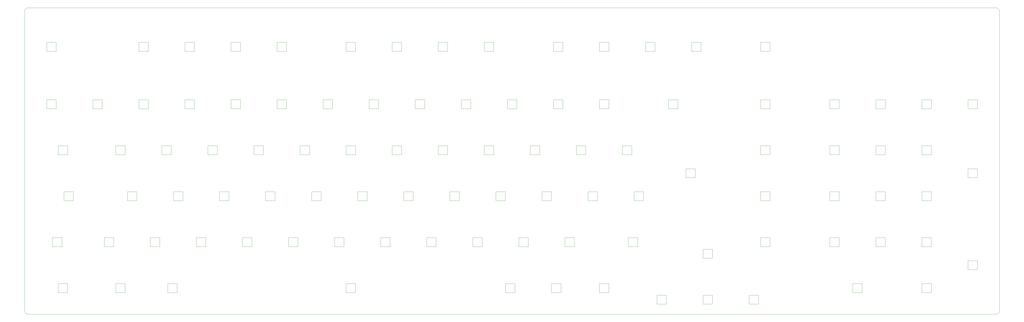
<source format=gbr>
%TF.GenerationSoftware,KiCad,Pcbnew,(6.0.4)*%
%TF.CreationDate,2022-04-19T22:35:02+02:00*%
%TF.ProjectId,pcb,7063622e-6b69-4636-9164-5f7063625858,rev?*%
%TF.SameCoordinates,Original*%
%TF.FileFunction,Profile,NP*%
%FSLAX46Y46*%
G04 Gerber Fmt 4.6, Leading zero omitted, Abs format (unit mm)*
G04 Created by KiCad (PCBNEW (6.0.4)) date 2022-04-19 22:35:02*
%MOMM*%
%LPD*%
G01*
G04 APERTURE LIST*
%TA.AperFunction,Profile*%
%ADD10C,0.100000*%
%TD*%
%TA.AperFunction,Profile*%
%ADD11C,0.120000*%
%TD*%
G04 APERTURE END LIST*
D10*
X492918700Y-165100000D02*
G75*
G03*
X491331250Y-163512500I-1587500J0D01*
G01*
X89693750Y-288925000D02*
X89693750Y-165100000D01*
X91281250Y-163512450D02*
G75*
G03*
X89693750Y-165100000I50J-1587550D01*
G01*
X91281250Y-290512500D02*
X491331250Y-290512500D01*
X491331250Y-290512550D02*
G75*
G03*
X492918750Y-288925000I-50J1587550D01*
G01*
X89693800Y-288925000D02*
G75*
G03*
X91281250Y-290512500I1587500J0D01*
G01*
X492918750Y-288925000D02*
X492918750Y-165100000D01*
X91281250Y-163512500D02*
X491331250Y-163512500D01*
D11*
%TO.C,D105*%
X105137500Y-262497500D02*
X105137500Y-258797500D01*
X101237500Y-262497500D02*
X105137500Y-262497500D01*
X101237500Y-258797500D02*
X101237500Y-262497500D01*
X105137500Y-258797500D02*
X101237500Y-258797500D01*
%TO.C,D173*%
X356031250Y-205347500D02*
X359931250Y-205347500D01*
X359931250Y-201647500D02*
X356031250Y-201647500D01*
X356031250Y-201647500D02*
X356031250Y-205347500D01*
X359931250Y-205347500D02*
X359931250Y-201647500D01*
%TO.C,D144*%
X264681250Y-177835000D02*
X260781250Y-177835000D01*
X260781250Y-177835000D02*
X260781250Y-181535000D01*
X264681250Y-181535000D02*
X264681250Y-177835000D01*
X260781250Y-181535000D02*
X264681250Y-181535000D01*
%TO.C,D138*%
X222681250Y-277847500D02*
X222681250Y-281547500D01*
X226581250Y-281547500D02*
X226581250Y-277847500D01*
X226581250Y-277847500D02*
X222681250Y-277847500D01*
X222681250Y-281547500D02*
X226581250Y-281547500D01*
%TO.C,D176*%
X370318750Y-267260000D02*
X374218750Y-267260000D01*
X374218750Y-263560000D02*
X370318750Y-263560000D01*
X370318750Y-263560000D02*
X370318750Y-267260000D01*
X374218750Y-267260000D02*
X374218750Y-263560000D01*
%TO.C,D155*%
X289356250Y-201647500D02*
X289356250Y-205347500D01*
X293256250Y-201647500D02*
X289356250Y-201647500D01*
X293256250Y-205347500D02*
X293256250Y-201647500D01*
X289356250Y-205347500D02*
X293256250Y-205347500D01*
%TO.C,D158*%
X294118750Y-262497500D02*
X298018750Y-262497500D01*
X294118750Y-258797500D02*
X294118750Y-262497500D01*
X298018750Y-258797500D02*
X294118750Y-258797500D01*
X298018750Y-262497500D02*
X298018750Y-258797500D01*
%TO.C,D150*%
X270306250Y-201647500D02*
X270306250Y-205347500D01*
X274206250Y-205347500D02*
X274206250Y-201647500D01*
X274206250Y-201647500D02*
X270306250Y-201647500D01*
X270306250Y-205347500D02*
X274206250Y-205347500D01*
%TO.C,D165*%
X311512500Y-277847500D02*
X307612500Y-277847500D01*
X307612500Y-281547500D02*
X311512500Y-281547500D01*
X307612500Y-277847500D02*
X307612500Y-281547500D01*
X311512500Y-281547500D02*
X311512500Y-277847500D01*
%TO.C,D151*%
X283731250Y-220697500D02*
X279831250Y-220697500D01*
X279831250Y-224397500D02*
X283731250Y-224397500D01*
X283731250Y-224397500D02*
X283731250Y-220697500D01*
X279831250Y-220697500D02*
X279831250Y-224397500D01*
%TO.C,D152*%
X284593750Y-239747500D02*
X284593750Y-243447500D01*
X284593750Y-243447500D02*
X288493750Y-243447500D01*
X288493750Y-239747500D02*
X284593750Y-239747500D01*
X288493750Y-243447500D02*
X288493750Y-239747500D01*
%TO.C,D116*%
X141718750Y-262497500D02*
X145618750Y-262497500D01*
X145618750Y-258797500D02*
X141718750Y-258797500D01*
X141718750Y-258797500D02*
X141718750Y-262497500D01*
X145618750Y-262497500D02*
X145618750Y-258797500D01*
%TO.C,D124*%
X178956250Y-205347500D02*
X178956250Y-201647500D01*
X175056250Y-205347500D02*
X178956250Y-205347500D01*
X178956250Y-201647500D02*
X175056250Y-201647500D01*
X175056250Y-201647500D02*
X175056250Y-205347500D01*
%TO.C,D139*%
X241731250Y-181535000D02*
X245631250Y-181535000D01*
X241731250Y-177835000D02*
X241731250Y-181535000D01*
X245631250Y-177835000D02*
X241731250Y-177835000D01*
X245631250Y-181535000D02*
X245631250Y-177835000D01*
%TO.C,D186*%
X422706250Y-239747500D02*
X422706250Y-243447500D01*
X426606250Y-239747500D02*
X422706250Y-239747500D01*
X426606250Y-243447500D02*
X426606250Y-239747500D01*
X422706250Y-243447500D02*
X426606250Y-243447500D01*
%TO.C,D200*%
X479856250Y-268322500D02*
X479856250Y-272022500D01*
X483756250Y-268322500D02*
X479856250Y-268322500D01*
X479856250Y-272022500D02*
X483756250Y-272022500D01*
X483756250Y-272022500D02*
X483756250Y-268322500D01*
%TO.C,D120*%
X165531250Y-224397500D02*
X169431250Y-224397500D01*
X169431250Y-220697500D02*
X165531250Y-220697500D01*
X169431250Y-224397500D02*
X169431250Y-220697500D01*
X165531250Y-220697500D02*
X165531250Y-224397500D01*
%TO.C,D196*%
X460806250Y-243447500D02*
X464706250Y-243447500D01*
X460806250Y-239747500D02*
X460806250Y-243447500D01*
X464706250Y-239747500D02*
X460806250Y-239747500D01*
X464706250Y-243447500D02*
X464706250Y-239747500D01*
%TO.C,D149*%
X283731250Y-181535000D02*
X283731250Y-177835000D01*
X279831250Y-181535000D02*
X283731250Y-181535000D01*
X283731250Y-177835000D02*
X279831250Y-177835000D01*
X279831250Y-177835000D02*
X279831250Y-181535000D01*
%TO.C,D131*%
X208393750Y-243447500D02*
X212293750Y-243447500D01*
X212293750Y-243447500D02*
X212293750Y-239747500D01*
X208393750Y-239747500D02*
X208393750Y-243447500D01*
X212293750Y-239747500D02*
X208393750Y-239747500D01*
%TO.C,D188*%
X436131250Y-277847500D02*
X432231250Y-277847500D01*
X432231250Y-277847500D02*
X432231250Y-281547500D01*
X436131250Y-281547500D02*
X436131250Y-277847500D01*
X432231250Y-281547500D02*
X436131250Y-281547500D01*
%TO.C,D164*%
X313168750Y-262497500D02*
X317068750Y-262497500D01*
X313168750Y-258797500D02*
X313168750Y-262497500D01*
X317068750Y-258797500D02*
X313168750Y-258797500D01*
X317068750Y-262497500D02*
X317068750Y-258797500D01*
%TO.C,D166*%
X346506250Y-181535000D02*
X350406250Y-181535000D01*
X350406250Y-177835000D02*
X346506250Y-177835000D01*
X350406250Y-181535000D02*
X350406250Y-177835000D01*
X346506250Y-177835000D02*
X346506250Y-181535000D01*
%TO.C,D192*%
X441756250Y-262497500D02*
X445656250Y-262497500D01*
X445656250Y-258797500D02*
X441756250Y-258797500D01*
X445656250Y-262497500D02*
X445656250Y-258797500D01*
X441756250Y-258797500D02*
X441756250Y-262497500D01*
%TO.C,D123*%
X178956250Y-181535000D02*
X178956250Y-177835000D01*
X175056250Y-177835000D02*
X175056250Y-181535000D01*
X178956250Y-177835000D02*
X175056250Y-177835000D01*
X175056250Y-181535000D02*
X178956250Y-181535000D01*
%TO.C,D171*%
X331356250Y-277847500D02*
X327456250Y-277847500D01*
X327456250Y-281547500D02*
X331356250Y-281547500D01*
X327456250Y-277847500D02*
X327456250Y-281547500D01*
X331356250Y-281547500D02*
X331356250Y-277847500D01*
%TO.C,D117*%
X148862500Y-277847500D02*
X148862500Y-281547500D01*
X148862500Y-281547500D02*
X152762500Y-281547500D01*
X152762500Y-277847500D02*
X148862500Y-277847500D01*
X152762500Y-281547500D02*
X152762500Y-277847500D01*
%TO.C,D108*%
X131331250Y-224397500D02*
X131331250Y-220697500D01*
X127431250Y-224397500D02*
X131331250Y-224397500D01*
X127431250Y-220697500D02*
X127431250Y-224397500D01*
X131331250Y-220697500D02*
X127431250Y-220697500D01*
%TO.C,D174*%
X367075000Y-233922500D02*
X367075000Y-230222500D01*
X367075000Y-230222500D02*
X363175000Y-230222500D01*
X363175000Y-230222500D02*
X363175000Y-233922500D01*
X363175000Y-233922500D02*
X367075000Y-233922500D01*
%TO.C,D157*%
X303643750Y-239747500D02*
X303643750Y-243447500D01*
X307543750Y-239747500D02*
X303643750Y-239747500D01*
X303643750Y-243447500D02*
X307543750Y-243447500D01*
X307543750Y-243447500D02*
X307543750Y-239747500D01*
%TO.C,D154*%
X312306250Y-177835000D02*
X308406250Y-177835000D01*
X312306250Y-181535000D02*
X312306250Y-177835000D01*
X308406250Y-177835000D02*
X308406250Y-181535000D01*
X308406250Y-181535000D02*
X312306250Y-181535000D01*
%TO.C,D121*%
X174193750Y-243447500D02*
X174193750Y-239747500D01*
X170293750Y-243447500D02*
X174193750Y-243447500D01*
X174193750Y-239747500D02*
X170293750Y-239747500D01*
X170293750Y-239747500D02*
X170293750Y-243447500D01*
%TO.C,D111*%
X127431250Y-277847500D02*
X127431250Y-281547500D01*
X131331250Y-281547500D02*
X131331250Y-277847500D01*
X127431250Y-281547500D02*
X131331250Y-281547500D01*
X131331250Y-277847500D02*
X127431250Y-277847500D01*
%TO.C,D132*%
X198868750Y-262497500D02*
X202768750Y-262497500D01*
X198868750Y-258797500D02*
X198868750Y-262497500D01*
X202768750Y-262497500D02*
X202768750Y-258797500D01*
X202768750Y-258797500D02*
X198868750Y-258797500D01*
%TO.C,D101*%
X102756250Y-181535000D02*
X102756250Y-177835000D01*
X98856250Y-177835000D02*
X98856250Y-181535000D01*
X98856250Y-181535000D02*
X102756250Y-181535000D01*
X102756250Y-177835000D02*
X98856250Y-177835000D01*
%TO.C,D167*%
X327456250Y-205347500D02*
X331356250Y-205347500D01*
X327456250Y-201647500D02*
X327456250Y-205347500D01*
X331356250Y-201647500D02*
X327456250Y-201647500D01*
X331356250Y-205347500D02*
X331356250Y-201647500D01*
%TO.C,D118*%
X159906250Y-177835000D02*
X156006250Y-177835000D01*
X159906250Y-181535000D02*
X159906250Y-177835000D01*
X156006250Y-181535000D02*
X159906250Y-181535000D01*
X156006250Y-177835000D02*
X156006250Y-181535000D01*
%TO.C,D183*%
X398031250Y-258797500D02*
X394131250Y-258797500D01*
X394131250Y-258797500D02*
X394131250Y-262497500D01*
X394131250Y-262497500D02*
X398031250Y-262497500D01*
X398031250Y-262497500D02*
X398031250Y-258797500D01*
%TO.C,D185*%
X426606250Y-220697500D02*
X422706250Y-220697500D01*
X422706250Y-220697500D02*
X422706250Y-224397500D01*
X426606250Y-224397500D02*
X426606250Y-220697500D01*
X422706250Y-224397500D02*
X426606250Y-224397500D01*
%TO.C,D194*%
X460806250Y-205347500D02*
X464706250Y-205347500D01*
X464706250Y-201647500D02*
X460806250Y-201647500D01*
X460806250Y-201647500D02*
X460806250Y-205347500D01*
X464706250Y-205347500D02*
X464706250Y-201647500D01*
%TO.C,D106*%
X107518750Y-281547500D02*
X107518750Y-277847500D01*
X107518750Y-277847500D02*
X103618750Y-277847500D01*
X103618750Y-281547500D02*
X107518750Y-281547500D01*
X103618750Y-277847500D02*
X103618750Y-281547500D01*
%TO.C,D112*%
X136956250Y-181535000D02*
X140856250Y-181535000D01*
X140856250Y-181535000D02*
X140856250Y-177835000D01*
X136956250Y-177835000D02*
X136956250Y-181535000D01*
X140856250Y-177835000D02*
X136956250Y-177835000D01*
%TO.C,D180*%
X398031250Y-205347500D02*
X398031250Y-201647500D01*
X398031250Y-201647500D02*
X394131250Y-201647500D01*
X394131250Y-201647500D02*
X394131250Y-205347500D01*
X394131250Y-205347500D02*
X398031250Y-205347500D01*
%TO.C,D170*%
X339362500Y-258797500D02*
X339362500Y-262497500D01*
X339362500Y-262497500D02*
X343262500Y-262497500D01*
X343262500Y-262497500D02*
X343262500Y-258797500D01*
X343262500Y-258797500D02*
X339362500Y-258797500D01*
%TO.C,D168*%
X336981250Y-220697500D02*
X336981250Y-224397500D01*
X336981250Y-224397500D02*
X340881250Y-224397500D01*
X340881250Y-224397500D02*
X340881250Y-220697500D01*
X340881250Y-220697500D02*
X336981250Y-220697500D01*
%TO.C,D172*%
X365556250Y-181535000D02*
X369456250Y-181535000D01*
X369456250Y-181535000D02*
X369456250Y-177835000D01*
X369456250Y-177835000D02*
X365556250Y-177835000D01*
X365556250Y-177835000D02*
X365556250Y-181535000D01*
%TO.C,D182*%
X398031250Y-243447500D02*
X398031250Y-239747500D01*
X398031250Y-239747500D02*
X394131250Y-239747500D01*
X394131250Y-243447500D02*
X398031250Y-243447500D01*
X394131250Y-239747500D02*
X394131250Y-243447500D01*
%TO.C,D136*%
X227443750Y-239747500D02*
X227443750Y-243447500D01*
X227443750Y-243447500D02*
X231343750Y-243447500D01*
X231343750Y-239747500D02*
X227443750Y-239747500D01*
X231343750Y-243447500D02*
X231343750Y-239747500D01*
%TO.C,D163*%
X326593750Y-239747500D02*
X322693750Y-239747500D01*
X326593750Y-243447500D02*
X326593750Y-239747500D01*
X322693750Y-243447500D02*
X326593750Y-243447500D01*
X322693750Y-239747500D02*
X322693750Y-243447500D01*
%TO.C,D145*%
X255156250Y-205347500D02*
X255156250Y-201647500D01*
X251256250Y-201647500D02*
X251256250Y-205347500D01*
X255156250Y-201647500D02*
X251256250Y-201647500D01*
X251256250Y-205347500D02*
X255156250Y-205347500D01*
%TO.C,D153*%
X278968750Y-258797500D02*
X275068750Y-258797500D01*
X275068750Y-262497500D02*
X278968750Y-262497500D01*
X278968750Y-262497500D02*
X278968750Y-258797500D01*
X275068750Y-258797500D02*
X275068750Y-262497500D01*
%TO.C,D146*%
X260781250Y-224397500D02*
X264681250Y-224397500D01*
X260781250Y-220697500D02*
X260781250Y-224397500D01*
X264681250Y-220697500D02*
X260781250Y-220697500D01*
X264681250Y-224397500D02*
X264681250Y-220697500D01*
%TO.C,D126*%
X193243750Y-239747500D02*
X189343750Y-239747500D01*
X193243750Y-243447500D02*
X193243750Y-239747500D01*
X189343750Y-243447500D02*
X193243750Y-243447500D01*
X189343750Y-239747500D02*
X189343750Y-243447500D01*
%TO.C,D179*%
X394131250Y-177835000D02*
X394131250Y-181535000D01*
X394131250Y-181535000D02*
X398031250Y-181535000D01*
X398031250Y-177835000D02*
X394131250Y-177835000D01*
X398031250Y-181535000D02*
X398031250Y-177835000D01*
%TO.C,D175*%
X351268750Y-286310000D02*
X355168750Y-286310000D01*
X351268750Y-282610000D02*
X351268750Y-286310000D01*
X355168750Y-286310000D02*
X355168750Y-282610000D01*
X355168750Y-282610000D02*
X351268750Y-282610000D01*
%TO.C,D193*%
X460806250Y-281547500D02*
X464706250Y-281547500D01*
X460806250Y-277847500D02*
X460806250Y-281547500D01*
X464706250Y-277847500D02*
X460806250Y-277847500D01*
X464706250Y-281547500D02*
X464706250Y-277847500D01*
%TO.C,D141*%
X245631250Y-220697500D02*
X241731250Y-220697500D01*
X241731250Y-220697500D02*
X241731250Y-224397500D01*
X241731250Y-224397500D02*
X245631250Y-224397500D01*
X245631250Y-224397500D02*
X245631250Y-220697500D01*
%TO.C,D140*%
X232206250Y-205347500D02*
X236106250Y-205347500D01*
X236106250Y-205347500D02*
X236106250Y-201647500D01*
X232206250Y-201647500D02*
X232206250Y-205347500D01*
X236106250Y-201647500D02*
X232206250Y-201647500D01*
%TO.C,D133*%
X226581250Y-177835000D02*
X222681250Y-177835000D01*
X226581250Y-181535000D02*
X226581250Y-177835000D01*
X222681250Y-177835000D02*
X222681250Y-181535000D01*
X222681250Y-181535000D02*
X226581250Y-181535000D01*
%TO.C,D110*%
X122668750Y-262497500D02*
X126568750Y-262497500D01*
X126568750Y-262497500D02*
X126568750Y-258797500D01*
X122668750Y-258797500D02*
X122668750Y-262497500D01*
X126568750Y-258797500D02*
X122668750Y-258797500D01*
%TO.C,D114*%
X150381250Y-224397500D02*
X150381250Y-220697500D01*
X146481250Y-220697500D02*
X146481250Y-224397500D01*
X150381250Y-220697500D02*
X146481250Y-220697500D01*
X146481250Y-224397500D02*
X150381250Y-224397500D01*
%TO.C,D148*%
X259918750Y-258797500D02*
X256018750Y-258797500D01*
X256018750Y-262497500D02*
X259918750Y-262497500D01*
X256018750Y-258797500D02*
X256018750Y-262497500D01*
X259918750Y-262497500D02*
X259918750Y-258797500D01*
%TO.C,D137*%
X217918750Y-258797500D02*
X217918750Y-262497500D01*
X221818750Y-258797500D02*
X217918750Y-258797500D01*
X217918750Y-262497500D02*
X221818750Y-262497500D01*
X221818750Y-262497500D02*
X221818750Y-258797500D01*
%TO.C,D178*%
X389368750Y-282610000D02*
X389368750Y-286310000D01*
X389368750Y-286310000D02*
X393268750Y-286310000D01*
X393268750Y-286310000D02*
X393268750Y-282610000D01*
X393268750Y-282610000D02*
X389368750Y-282610000D01*
%TO.C,D190*%
X445656250Y-224397500D02*
X445656250Y-220697500D01*
X441756250Y-220697500D02*
X441756250Y-224397500D01*
X445656250Y-220697500D02*
X441756250Y-220697500D01*
X441756250Y-224397500D02*
X445656250Y-224397500D01*
%TO.C,D109*%
X132193750Y-239747500D02*
X132193750Y-243447500D01*
X132193750Y-243447500D02*
X136093750Y-243447500D01*
X136093750Y-239747500D02*
X132193750Y-239747500D01*
X136093750Y-243447500D02*
X136093750Y-239747500D01*
%TO.C,D122*%
X160768750Y-258797500D02*
X160768750Y-262497500D01*
X164668750Y-262497500D02*
X164668750Y-258797500D01*
X164668750Y-258797500D02*
X160768750Y-258797500D01*
X160768750Y-262497500D02*
X164668750Y-262497500D01*
%TO.C,D107*%
X121806250Y-201647500D02*
X117906250Y-201647500D01*
X117906250Y-205347500D02*
X121806250Y-205347500D01*
X117906250Y-201647500D02*
X117906250Y-205347500D01*
X121806250Y-205347500D02*
X121806250Y-201647500D01*
%TO.C,D184*%
X426606250Y-205347500D02*
X426606250Y-201647500D01*
X422706250Y-205347500D02*
X426606250Y-205347500D01*
X422706250Y-201647500D02*
X422706250Y-205347500D01*
X426606250Y-201647500D02*
X422706250Y-201647500D01*
%TO.C,D102*%
X98856250Y-205347500D02*
X102756250Y-205347500D01*
X102756250Y-205347500D02*
X102756250Y-201647500D01*
X102756250Y-201647500D02*
X98856250Y-201647500D01*
X98856250Y-201647500D02*
X98856250Y-205347500D01*
%TO.C,D181*%
X394131250Y-220697500D02*
X394131250Y-224397500D01*
X398031250Y-224397500D02*
X398031250Y-220697500D01*
X398031250Y-220697500D02*
X394131250Y-220697500D01*
X394131250Y-224397500D02*
X398031250Y-224397500D01*
%TO.C,D125*%
X188481250Y-220697500D02*
X184581250Y-220697500D01*
X188481250Y-224397500D02*
X188481250Y-220697500D01*
X184581250Y-224397500D02*
X188481250Y-224397500D01*
X184581250Y-220697500D02*
X184581250Y-224397500D01*
%TO.C,D135*%
X222681250Y-220697500D02*
X222681250Y-224397500D01*
X226581250Y-220697500D02*
X222681250Y-220697500D01*
X226581250Y-224397500D02*
X226581250Y-220697500D01*
X222681250Y-224397500D02*
X226581250Y-224397500D01*
%TO.C,D161*%
X312306250Y-201647500D02*
X308406250Y-201647500D01*
X308406250Y-205347500D02*
X312306250Y-205347500D01*
X308406250Y-201647500D02*
X308406250Y-205347500D01*
X312306250Y-205347500D02*
X312306250Y-201647500D01*
%TO.C,D113*%
X140856250Y-205347500D02*
X140856250Y-201647500D01*
X140856250Y-201647500D02*
X136956250Y-201647500D01*
X136956250Y-201647500D02*
X136956250Y-205347500D01*
X136956250Y-205347500D02*
X140856250Y-205347500D01*
%TO.C,D127*%
X179818750Y-258797500D02*
X179818750Y-262497500D01*
X183718750Y-262497500D02*
X183718750Y-258797500D01*
X183718750Y-258797500D02*
X179818750Y-258797500D01*
X179818750Y-262497500D02*
X183718750Y-262497500D01*
%TO.C,D156*%
X298881250Y-224397500D02*
X302781250Y-224397500D01*
X302781250Y-224397500D02*
X302781250Y-220697500D01*
X298881250Y-220697500D02*
X298881250Y-224397500D01*
X302781250Y-220697500D02*
X298881250Y-220697500D01*
%TO.C,D103*%
X103618750Y-220697500D02*
X103618750Y-224397500D01*
X103618750Y-224397500D02*
X107518750Y-224397500D01*
X107518750Y-224397500D02*
X107518750Y-220697500D01*
X107518750Y-220697500D02*
X103618750Y-220697500D01*
%TO.C,D177*%
X374218750Y-286310000D02*
X374218750Y-282610000D01*
X370318750Y-286310000D02*
X374218750Y-286310000D01*
X374218750Y-282610000D02*
X370318750Y-282610000D01*
X370318750Y-282610000D02*
X370318750Y-286310000D01*
%TO.C,D119*%
X159906250Y-201647500D02*
X156006250Y-201647500D01*
X156006250Y-201647500D02*
X156006250Y-205347500D01*
X159906250Y-205347500D02*
X159906250Y-201647500D01*
X156006250Y-205347500D02*
X159906250Y-205347500D01*
%TO.C,D134*%
X213156250Y-205347500D02*
X217056250Y-205347500D01*
X217056250Y-205347500D02*
X217056250Y-201647500D01*
X213156250Y-201647500D02*
X213156250Y-205347500D01*
X217056250Y-201647500D02*
X213156250Y-201647500D01*
%TO.C,D147*%
X269443750Y-243447500D02*
X269443750Y-239747500D01*
X265543750Y-239747500D02*
X265543750Y-243447500D01*
X269443750Y-239747500D02*
X265543750Y-239747500D01*
X265543750Y-243447500D02*
X269443750Y-243447500D01*
%TO.C,D199*%
X483756250Y-233922500D02*
X483756250Y-230222500D01*
X479856250Y-230222500D02*
X479856250Y-233922500D01*
X483756250Y-230222500D02*
X479856250Y-230222500D01*
X479856250Y-233922500D02*
X483756250Y-233922500D01*
%TO.C,D128*%
X198006250Y-181535000D02*
X198006250Y-177835000D01*
X194106250Y-177835000D02*
X194106250Y-181535000D01*
X194106250Y-181535000D02*
X198006250Y-181535000D01*
X198006250Y-177835000D02*
X194106250Y-177835000D01*
%TO.C,D142*%
X250393750Y-243447500D02*
X250393750Y-239747500D01*
X246493750Y-239747500D02*
X246493750Y-243447500D01*
X246493750Y-243447500D02*
X250393750Y-243447500D01*
X250393750Y-239747500D02*
X246493750Y-239747500D01*
%TO.C,D191*%
X445656250Y-239747500D02*
X441756250Y-239747500D01*
X445656250Y-243447500D02*
X445656250Y-239747500D01*
X441756250Y-243447500D02*
X445656250Y-243447500D01*
X441756250Y-239747500D02*
X441756250Y-243447500D01*
%TO.C,D115*%
X155143750Y-239747500D02*
X151243750Y-239747500D01*
X151243750Y-239747500D02*
X151243750Y-243447500D01*
X151243750Y-243447500D02*
X155143750Y-243447500D01*
X155143750Y-243447500D02*
X155143750Y-239747500D01*
%TO.C,D187*%
X422706250Y-258797500D02*
X422706250Y-262497500D01*
X422706250Y-262497500D02*
X426606250Y-262497500D01*
X426606250Y-258797500D02*
X422706250Y-258797500D01*
X426606250Y-262497500D02*
X426606250Y-258797500D01*
%TO.C,D162*%
X321831250Y-224397500D02*
X321831250Y-220697500D01*
X321831250Y-220697500D02*
X317931250Y-220697500D01*
X317931250Y-224397500D02*
X321831250Y-224397500D01*
X317931250Y-220697500D02*
X317931250Y-224397500D01*
%TO.C,D189*%
X445656250Y-205347500D02*
X445656250Y-201647500D01*
X441756250Y-205347500D02*
X445656250Y-205347500D01*
X445656250Y-201647500D02*
X441756250Y-201647500D01*
X441756250Y-201647500D02*
X441756250Y-205347500D01*
%TO.C,D159*%
X288562500Y-281547500D02*
X292462500Y-281547500D01*
X292462500Y-281547500D02*
X292462500Y-277847500D01*
X292462500Y-277847500D02*
X288562500Y-277847500D01*
X288562500Y-277847500D02*
X288562500Y-281547500D01*
%TO.C,D130*%
X203631250Y-224397500D02*
X207531250Y-224397500D01*
X207531250Y-220697500D02*
X203631250Y-220697500D01*
X207531250Y-224397500D02*
X207531250Y-220697500D01*
X203631250Y-220697500D02*
X203631250Y-224397500D01*
%TO.C,D197*%
X460806250Y-262497500D02*
X464706250Y-262497500D01*
X464706250Y-258797500D02*
X460806250Y-258797500D01*
X464706250Y-262497500D02*
X464706250Y-258797500D01*
X460806250Y-258797500D02*
X460806250Y-262497500D01*
%TO.C,D143*%
X240868750Y-262497500D02*
X240868750Y-258797500D01*
X236968750Y-258797500D02*
X236968750Y-262497500D01*
X236968750Y-262497500D02*
X240868750Y-262497500D01*
X240868750Y-258797500D02*
X236968750Y-258797500D01*
%TO.C,D104*%
X109900000Y-239747500D02*
X106000000Y-239747500D01*
X106000000Y-243447500D02*
X109900000Y-243447500D01*
X106000000Y-239747500D02*
X106000000Y-243447500D01*
X109900000Y-243447500D02*
X109900000Y-239747500D01*
%TO.C,D195*%
X464706250Y-220697500D02*
X460806250Y-220697500D01*
X460806250Y-220697500D02*
X460806250Y-224397500D01*
X464706250Y-224397500D02*
X464706250Y-220697500D01*
X460806250Y-224397500D02*
X464706250Y-224397500D01*
%TO.C,D169*%
X345643750Y-243447500D02*
X345643750Y-239747500D01*
X345643750Y-239747500D02*
X341743750Y-239747500D01*
X341743750Y-239747500D02*
X341743750Y-243447500D01*
X341743750Y-243447500D02*
X345643750Y-243447500D01*
%TO.C,D160*%
X327456250Y-181535000D02*
X331356250Y-181535000D01*
X331356250Y-181535000D02*
X331356250Y-177835000D01*
X331356250Y-177835000D02*
X327456250Y-177835000D01*
X327456250Y-177835000D02*
X327456250Y-181535000D01*
%TO.C,D198*%
X483756250Y-205347500D02*
X483756250Y-201647500D01*
X479856250Y-201647500D02*
X479856250Y-205347500D01*
X479856250Y-205347500D02*
X483756250Y-205347500D01*
X483756250Y-201647500D02*
X479856250Y-201647500D01*
%TO.C,D129*%
X194106250Y-205347500D02*
X198006250Y-205347500D01*
X198006250Y-205347500D02*
X198006250Y-201647500D01*
X198006250Y-201647500D02*
X194106250Y-201647500D01*
X194106250Y-201647500D02*
X194106250Y-205347500D01*
%TD*%
M02*

</source>
